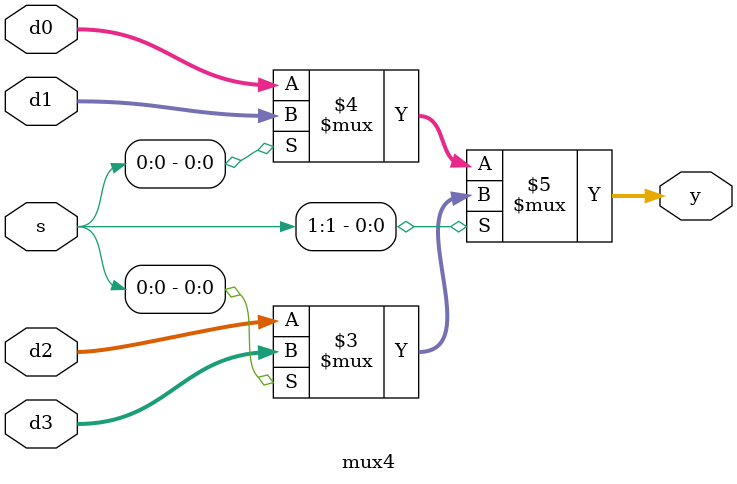
<source format=sv>
`default_nettype none // Ensures during compilation undefined variables aren't used

`timescale 1ns / 1ps


// Define pipes that exist in the PipelinedDatapath. 
// The pipes between Writeback (W) and Fetch (F), as well as Decode (D) and Execute (E) are given to you.
// Create the rest of the pipes where inputs follow the naming conventions in the book.

// The pipe between Writeback (W) and Fetch (F) is given as follows.

module PipeWtoF(input wire[31:0] PC,
                input wire EN, clk, reset,		// ~StallF will be connected as this EN
                output logic[31:0] PCF);

                always_ff @(posedge clk, posedge reset)
                    if(reset)
                        PCF <= 0;
                    else if(EN)
                        PCF <= PC;
endmodule
`default_nettype wire

module PipeFtoD(input logic[31:0] instrF, PcPlus4F,
                input logic EN, clear, clk, reset,
                output logic[31:0] instrD, PcPlus4D);

                /* to be filled */
                always_ff @(posedge clk, posedge reset) begin
                    if (clear || reset) begin
                        instrD <= 0;
                        PcPlus4D <= 0;
                        end
                    else if(EN) begin
                        instrD <= instrF;
                        PcPlus4D <= PcPlus4F;
                        end
			    end
                
endmodule

module PipeDtoE(input logic[31:0] RD1, RD2, SignImmD, RotatedD, instrD,
                input logic[4:0] RsD, RtD, RdD,
                input logic RegWriteD, MemToRegD, RolD, MemWriteD, ALUSrcD, RegDstD,
                input logic[2:0] ALUControlD,
                input logic clear, clk, reset,
                output logic[31:0] RsData, RtData, SignImmE, RotatedE, instrE,
                output logic[4:0] RsE, RtE, RdE, 
                output logic RegWriteE, MemtoRegE, RolE, MemWriteE, ALUSrcE, RegDstE,
                output logic[2:0] ALUControlE);

        always_ff @(posedge clk, posedge reset)
          if(reset || clear)
                begin
                // Control signals
                RegWriteE <= 0;
                MemtoRegE <= 0;
                RolE <= 0;
                MemWriteE <= 0;
                ALUControlE <= 0;
                ALUSrcE <= 0;
                RegDstE <= 0;
                
                // Data
                RsData <= 0;
                RtData <= 0;
                RsE <= 0;
                RtE <= 0;
                RdE <= 0;
                SignImmE <= 0;
                RotatedE <= 0;
                
                instrE <= 0;
                end
            else
                begin
                // Control signals
                RegWriteE <= RegWriteD;
                MemtoRegE <= MemToRegD;
                RolE <= RolD;
                MemWriteE <= MemWriteD;
                ALUControlE <= ALUControlD;
                ALUSrcE <= ALUSrcD;
                RegDstE <= RegDstD;
                
                // Data
                RsData <= RD1;
                RtData <= RD2;
                RsE <= RsD;
                RtE <= RtD;
                RdE <= RdD;
                SignImmE <= SignImmD;
                RotatedE <= RotatedD;
                
                instrE <= instrD;
                end

endmodule

module PipeEtoM(input logic clk, reset,
                input logic[31:0] ALUOutE, WriteDataE, RotatedE,
                input logic[4:0] WriteRegE,
                input logic RegWriteE, MemtoRegE, MemWriteE, RolE,
                input logic[31:0] instrE,
                output logic[31:0] ALUOutM, WriteDataM, RotatedM,
                output logic[4:0] WriteRegM,
                output logic RegWriteM, MemtoRegM, MemWriteM, RolM,
                output logic[31:0] instrM);
                
        always_ff @(posedge clk, posedge reset) begin
            if (reset) begin
                RegWriteM <= 0;
                MemtoRegM <= 0;
                MemWriteM <= 0;
                RolM <= 0;
                
                ALUOutM <= 0;
                WriteDataM <= 0;
                RotatedM <= 0;
                WriteRegM <= 0;
                end
             else begin
                RegWriteM <= RegWriteE;
                MemtoRegM <= MemtoRegE;
                MemWriteM <= MemWriteE;
                RolM <= RolE;
                
                ALUOutM <= ALUOutE;
                WriteDataM <= WriteDataE;
                RotatedM <= RotatedE;
                WriteRegM <= WriteRegE;
                
                instrM <= instrE;
                end
        end   
endmodule

module PipeMtoW(input logic clk, reset,
                input logic[31:0] ALUOutM, ReadDataM, RotatedM,
                input logic[4:0] WriteRegM,
                input logic RegWriteM, MemtoRegM, RolM,
                input logic[31:0] instrM,
                output logic[31:0] ALUOutW, ReadDataW, RotatedW,
                output logic[4:0] WriteRegW,
                output logic RegWriteW, MemtoRegW, RolW,
                output logic[31:0] instrW);
                
        always_ff @(posedge clk, posedge reset) begin
            if (reset) begin
                RegWriteW <= 0;
                MemtoRegW <= 0;
                RolW <= 0;
                
                ALUOutW <= 0;
                RotatedW <= 0;
                WriteRegW <= 0;
                end
             else begin
                RegWriteW <= RegWriteM;
                MemtoRegW <= MemtoRegM;
                RolW <= RolM;
                
                ALUOutW <= ALUOutM;
                RotatedW <= RotatedM;
                WriteRegW <= WriteRegM;
                
                instrW <= instrM;
                end
        end   
endmodule



// *******************************************************************************
// End of the individual pipe definitions.
// ******************************************************************************

// *******************************************************************************
// Below is the definition of the datapath.
// The signature of the module is given. The datapath will include (not limited to) the following items:
//  (1) Adder that adds 4 to PC
//  (2) Shifter that shifts SignImmD to left by 2
//  (3) Sign extender and Register file
//  (4) PipeFtoD
//  (5) PipeDtoE and ALU
//  (5) Adder for PcBranchD
//  (6) PipeEtoM and Data Memory
//  (7) PipeMtoW
//  (8) Many muxes
//  (9) Hazard unit
//  ...?
// *******************************************************************************

module datapath (input  logic clk, reset,
                input  logic[2:0]  ALUControlD,
                input logic RegWriteD, MemToRegD, MemWriteD, RolD, ALUSrcD, RegDstD, BranchD,
                output logic [31:0] instrF,		
                output logic [31:0] instrD, instrE, instrM, instrW, PC, PCF,
                output logic PcSrcD,                 
                output logic [1:0] ForwardAE, ForwardBE,
                output logic ForwardAD, ForwardBD,
                output logic [31:0] ALUOutE, RotatedW, ResultW,
                output logic [4:0] WriteRegW,
                output logic RegWriteW, MemtoRegW, RolW);
                

	// ********************************************************************
	// Here, define the wires that are needed inside this pipelined datapath module
	// ********************************************************************
  
  	//* We have defined a few wires for you
    logic [31:0] PcSrcA, PcSrcB, PcBranchD, PcPlus4F;	
  	logic [31:0] SignImmD, ShiftedImmD, SignImmE;
  	logic [31:0] RD1, RD2;
  	logic [31:0] ReadDataM, ReadDataW, ALUOutM, ALUOutW;
  	logic [2:0] ALUControlE;
  	
  	logic FlushE, StallD, StallF;
  	logic RolE, RolM;
  	logic [31:0] PcPlus4D;
  	logic [31:0] BRD1, BRD2;
  	logic [31:0] WriteDataE, WriteDataM;
  	logic ALUSrcE, RegDstE;
  	logic RegWriteE, RegWriteM;
  	logic MemtoRegE, MemtoRegM;
    logic MemWriteE, MemWriteM;
  	logic [31:0] RotatedD, RotatedE, RotatedM;
  	logic [4:0] RsD, RtD, RdD, RdE, RsE, RtE;
  	logic [4:0] WriteRegE, WriteRegM;
    logic[31:0] RD1E, RD2E;
    

  	
  
	//* You should define others down below (you might want to rename some of the wires above while implementing the pipeline)
  
  	//* We have provided you with a single-cycle datapath
  	//* You should convert it to a pipelined datapath, changing the connections between modules as necessary
  	  	  
    // Replace with PipeWtoF      
    PipeWtoF wf(.PC(PC), .EN(~StallF), .clk(clk), .PCF(PCF));
    
    
    // ~Fetch stage~
             
  	// Do some operations
    assign PcPlus4F = PCF + 4;
    assign PcSrcB = PcBranchD;
	assign PcSrcA = PcPlus4F;
  	mux2 #(32) pc_mux(PcSrcA, PcSrcB, PcSrcD, PC);

    imem im1(PCF[7:2], instrF);
    
  	// Replace the code below with PipeFtoD
//  	assign instrD = instrF;
    PipeFtoD fd(.instrF(instrF), .PcPlus4F(PcPlus4F),
                .EN(~StallD), .clear(FlushE), .clk(clk), .reset(reset),
                .instrD(instrD), .PcPlus4D(PcPlus4D));
  
  	// ~Decode stage~
//  	regfile rf(clk, reset, RegWriteD, instrD[25:21], instrD[20:16], WriteRegW, ResultW, RD1, RD2);
  	regfile rf(~clk, reset, RegWriteD, instrD[25:21], instrD[20:16], WriteRegW, ResultW, RD1, RD2);
  	signext se(instrD[15:0], SignImmD);
  	
  	logic[31:0] RsData, RtData;
  	mux2 #(32) rd1mux(RD1, ALUOutM, ForwardAD, RsData);
  	mux2 #(32) rd2mux(RD2, ALUOutM, ForwardBD, RtData);
  	
  	// Rol
  	leftrotate lr(RsData, instrD[10:6], RotatedD);
  	
  	// Hazard 
  	mux2 #(32) brd1mux(RD1, ALUOutM, ForwardAD, BRD1);
    mux2 #(32) brd2mux(RD2, ALUOutM, ForwardBD, BRD2);

  	
  	
  	
  	sl2 shiftimm(SignImmD, ShiftedImmD);
  	adder branchadd(PcPlus4D, ShiftedImmD, PcBranchD);
  	assign PcSrcD = BranchD & (BRD1 == BRD2); 
  	
  	
  
  	// Instantiate PipeDtoE here
  	PipeDtoE de(.RD1(RD1), .RD2(RD2), .SignImmD(SignImmD), .RotatedD(RotatedD), .instrD(instrD),
              .RsD(RsD), .RtD(RtD), .RdD(RdD),
              .RegWriteD(RegWriteD), .MemToRegD(MemToRegD), .RolD(RolD), .MemWriteD(MemWriteD), .ALUSrcD(ALUSrcD), .RegDstD(RegDstD),
              .ALUControlD(ALUControlD),
              .clear(FlushE), .clk(clk), .reset(reset),
              .RsData(RD1E), .RtData(RD2E), .SignImmE(SignImmE), .RotatedE(RotatedE), .instrE(instrE),
              .RsE(RsE), .RtE(RtE), .RdE(RdE),
              .RegWriteE(RegWriteE), .MemtoRegE(MemtoRegE), .RolE(RolE), .MemWriteE(MemWriteE), .ALUSrcE(ALUSrcE), .RegDstE(RegDstE),
              .ALUControlE(ALUControlE));
  
  	// ~Execute stage~
  	logic [31:0] SrcBE, SrcAE, tempBE;
//  	mux2 #(32) srcBMux(RD2, SignImmE, ALUSrcE, SrcBE);
//  	alu a(RD1, SrcBE, ALUControlE, ALUOutE);
//  	mux2 #(5) wrMux(RtE, RdE, RegDstE, WriteRegE);

    mux4 #(32) srcaemux(RD1E, ResultW, ALUOutM, {32{1'b0}}, ForwardAE, SrcAE);
    mux4 #(32) srcbemux(RD2E, ResultW, ALUOutM, {32{1'b0}}, ForwardBE, tempBE);
    mux2 #(32) srcBMux(tempBE, SignImmE, ALUSrcE, SrcBE);
    alu a(SrcAE, SrcBE, ALUControlE, ALUOutE);
    mux2 #(5) wrMux(RtE, RdE, RegDstE, WriteRegE);

    

  	// Replace the code below with PipeEtoM
//  	assign WriteDataE = RD2;
    PipeEtoM em(.clk(clk), .reset(reset),
                .ALUOutE(ALUOutE), .WriteDataE(WriteDataE), .RotatedE(RotatedE),
                .WriteRegE(WriteRegE),
                .RegWriteE(RegWriteE), .MemtoRegE(MemtoRegE), .MemWriteE(MemWriteE), .RolE(RolE),
                .instrE(instrE),
                .ALUOutM(ALUOutM), .WriteDataM(), .RotatedM(RotatedM),
                .WriteRegM(WriteRegM),
                .RegWriteM(RegWriteM), .MemtoRegM(MemtoRegM), .MemWriteM(MemWriteM), .RolM(RolM),
                .instrM(instrM));
  
  	// ~Memory stage~
  	dmem DM(clk, MemWriteM, ALUOutM, WriteDataM, ReadDataM);

  	// Instantiate PipeMtoW
  	PipeMtoW mw(.clk(clk), .reset(reset),
                      .ALUOutM(ALUOutM), .ReadDataM(ReadDataM), .RotatedM(RotatedM),
                      .WriteRegM(WriteRegM),
                      .RegWriteM(RegWriteM), .MemtoRegM(MemtoRegM), .RolM(RolM),
                      .instrM(instrM),
                      .ALUOutW(ALUOutW), .ReadDataW(ReadDataW), .RotatedW(RotatedW),
                      .WriteRegW(WriteRegW),
                      .RegWriteW(RegWriteW), .MemtoRegW(MemtoRegW), .RolW(RolW),
                      .instrW(instrW));
    
  	// ~Writeback stage~
  	logic [31:0] tempResult;
  	mux2 #(32) wbmux(ALUOutW, ReadDataW, MemtoRegW, tempResult);
  	mux2 #(32) rmux(RotatedW, tempResult, RolW, ResultW);
  	
  	// Replace the code below with HazardUnit
//  	assign ForwardAE = 2'b0;
//  	assign ForwardBE = 2'b0;
//  	assign ForwardAD = 0;
//  	assign ForwardBD = 0;
  	
    // Hazard Unit
    HazardUnit hu(.RegWriteW(RegWriteW), .BranchD(BranchD),
                  .WriteRegW(WriteRegW), .WriteRegE(WriteRegE),
                  .RegWriteM(RegWriteM), .MemtoRegM(MemtoRegM),
                  .WriteRegM(WriteRegM),
                  .RegWriteE(RegWriteE), .MemtoRegE(MemtoRegE),
                  .rsE(RsE), .rtE(RtE),
                  .rsD(RsD), .rtD(RtD),
                  .ForwardAE(ForwardAE), .ForwardBE(ForwardBE),
                  .FlushE(FlushE), .StallD(StallD), .StallF(StallF), .ForwardAD(ForwardAD), .ForwardBD(ForwardBD)
                   );

endmodule

module HazardUnit(input logic reset, 
                input logic RegWriteW, BranchD,
                input logic [4:0] WriteRegW, WriteRegE,
                input logic RegWriteM,MemtoRegM,
                input logic [4:0] WriteRegM,
                input logic RegWriteE,MemtoRegE,
                input logic [4:0] rsE,rtE,
                input logic [4:0] rsD,rtD,
                output logic [1:0] ForwardAE,ForwardBE,
                output logic FlushE,StallD,StallF,ForwardAD, ForwardBD
                 ); // Add or remove input-outputs if necessary
       
	// ********************************************************************
	// Here, write equations for the Hazard Logic.
	// If you have troubles, please study pages ~420-430 in your book.
	// ********************************************************************
	logic lwstall, bstall;
	
	always_comb begin
	   if (reset) begin
	       StallF = 1'b0;
           StallD = 1'b0;
           FlushE = 1'b0;
           ForwardAD  = 1'b0;
           ForwardBD  = 1'b0;
           ForwardAE  = 2'b00;
           ForwardBE  = 2'b00; 
           end 
       else begin
        if ((rsE != 0) && (rsE == WriteRegM) && RegWriteM) 
           ForwardAE = 2'b10;
        else if ((rsE != 0) && (rsE == WriteRegW) && RegWriteW)
           ForwardAE = 2'b01;
        else 
           ForwardAE = 2'b00;
           
        if ((rtE != 0) && (rtE == WriteRegM) && RegWriteM) 
           ForwardBE = 2'b10;
        else if ((rtE != 0) && (rtE == WriteRegW) && RegWriteW)
           ForwardBE = 2'b01;
        else 
           ForwardBE = 2'b00;
    
    
        // load-use hazard
        lwstall = ((rsD == rtE) || (rsD == rsE)) && MemtoRegE;
        
        // branch hazard
        ForwardAD = (rsD != 0) && (rsD == WriteRegM) && RegWriteM;
        ForwardBD = (rtD != 0) && (rtD == WriteRegM) && RegWriteM;
        
        // branch hazard
        
        bstall = (BranchD && RegWriteE && (WriteRegE == rsD || WriteRegE == rtD))
        || (BranchD && MemtoRegM && (WriteRegM == rsD || WriteRegM == rtD));
        
        StallF = lwstall || bstall;
        StallD = lwstall || bstall;
        FlushE = lwstall || bstall;
        end
    end
    
endmodule


// You can add some more logic variables for testing purposes
// but you cannot remove existing variables as we need you to output 
// these values on the waveform for grading
module top_mips (input  logic        clk, reset,
             output  logic[31:0]  instrF,
             output logic[31:0] PC, PCF,
             output logic PcSrcD,
             output logic MemWriteD, MemToRegD, ALUSrcD, BranchD, RegDstD, RegWriteD,
             output logic [2:0]  ALUControlD,
             output logic [31:0] instrD,
             output logic [31:0] ALUOutE, WriteDataE,
             output logic [1:0] ForwardAE, ForwardBE,
             output logic ForwardAD, ForwardBD,
             // My outputs
             output logic [4:0] WriteRegW, 
             output logic RegWriteW, MemtoRegW, RolD,
             output logic [31:0] RotatedW, ResultW);


    controller CU(instrD[31:26], instrD[5:0], MemToRegD, MemWriteD, ALUSrcD, RegDstD, RegWriteD, ALUControlD, BranchD, RolD);
    
    datapath DP(.clk(clk), .reset(reset), 
        .ALUControlD(ALUControlD), 
        .RegWriteD(RegWriteD), .MemToRegD(MemToRegD), .MemWriteD(MemWriteD), .RolD(RolD), .ALUSrcD(ALUSrcD), .RegDstD(RegDstD), .BranchD(BranchD), 
        .instrD(instrD),
        .PC(PC), .PCF(PCF), .PcSrcD(PcSrcD),
        .ForwardAE(ForwardAE), .ForwardBE(ForwardBE), 
        .ForwardAD(ForwardAD), .ForwardBD(ForwardBD), 
        .ALUOutE(ALUOutE), .RotatedW(RotatedW), .ResultW(ResultW),
        .WriteRegW(WriteRegW), .RegWriteW(RegWriteW), .MemtoRegW(MemtoRegW)
        ); // Add or remove input-outputs as necessary
  
//        input  logic clk, reset,
//        input  logic[2:0]  ALUControlD,
//        input logic RegWriteD, MemtoRegD, MemWriteD, RolD, ALUSrcD, RegDstD, BranchD,
//        output logic [31:0] instrF,        
//        output logic [31:0] instrD, instrE, instrM, instrW, PC, PCF,
//        output logic PcSrcD,                 
//        output logic [1:0] ForwardAE, ForwardBE,
//        output logic ForwardAD, ForwardBD,
//        output logic [31:0] ALUControlE, RotatedW, ResultW,
//        output logic [4:0] WriteRegW,
//        output logic RegWriteW, MemtoRegW, RolW);
  
  
endmodule


// External instruction memory used by MIPS
// processor. It models instruction memory as a stored-program 
// ROM, with address as input, and instruction as output
// Modify it to test your own programs.

module imem ( input logic [5:0] addr, output logic [31:0] instr);

// imem is modeled as a lookup table, a stored-program byte-addressable ROM
	always_comb
	   case ({addr,2'b00})		   	// word-aligned fetch
//
// 	***************************************************************************
//	Here, you can paste your own test cases that you prepared for the part 1-e.
//  An example test program is given below.        
//	***************************************************************************
//
//		address		instruction
//		-------		-----------
    // Test rol
    8'h00: instr = 32'h2008a0a0;  	
    8'h04: instr = 32'h010048ab;  
    8'h08: instr = 32'h21210002;  

//    8'h00: instr = 32'h20080005;
//    8'h04: instr = 32'hac080060;
//    8'h08: instr = 32'h8c090060;
//    8'h0c: instr = 32'h212a0004;
//    8'h10: instr = 32'h212b0003;
//    8'h14: instr = 32'h8d6b0058;
//    8'h18: instr = 32'h014b5022;
//    8'h1c: instr = 32'hac0a0070;
//    8'h20: instr = 32'h8c080070;
//    8'h24: instr = 32'h8d09006c;
//    8'h28: instr = 32'h01094820;

       default:  instr = {32{1'bx}};	// unknown address
	   endcase
endmodule


// 	***************************************************************************
//	Below are the modules that you should modify to add more instructions to the CPU
//	***************************************************************************

module controller(input  logic[5:0] op, funct,
                  output logic     memtoreg, memwrite,
                  output logic     alusrc,
                  output logic     regdst, regwrite,
                  output logic[2:0] alucontrol,
                  output logic branch, rol);

   logic [1:0] aluop;

  maindec md (op, memtoreg, memwrite, branch, alusrc, regdst, regwrite, aluop);

   aludec ad (funct, aluop, alucontrol, rol);

endmodule

// External data memory used by MIPS single-cycle processor

module dmem (input  logic        clk, we,
             input  logic[31:0]  a, wd,
             output logic[31:0]  rd);

   logic  [31:0] RAM[63:0];
  
   assign rd = RAM[a[31:2]];    // word-aligned  read (for lw)

   always_ff @(posedge clk)
     if (we)
       RAM[a[31:2]] <= wd;      // word-aligned write (for sw)

endmodule

module maindec (input logic[5:0] op, 
	              output logic memtoreg, memwrite, branch,
	              output logic alusrc, regdst, regwrite,
	              output logic[1:0] aluop );
  logic [7:0] controls;

   assign {regwrite, regdst, alusrc, branch, memwrite,
                memtoreg,  aluop} = controls;

  always_comb
    case(op)
      6'b000000: controls <= 8'b11000010; // R-type
      6'b100011: controls <= 8'b10100100; // LW
      6'b101011: controls <= 8'b00101000; // SW
      6'b000100: controls <= 8'b00010001; // BEQ
      6'b001000: controls <= 8'b10100000; // ADDI
      default:   controls <= 8'bxxxxxxxx; // illegal op
    endcase
endmodule

//module aludec (input    logic[5:0] funct,
//               input    logic[1:0] aluop,
//               output   logic[2:0] alucontrol);
//  always_comb
//    case(aluop)
//      2'b00: alucontrol  = 3'b010;  // add  (for lw/sw/addi)
//      2'b01: alucontrol  = 3'b110;  // sub   (for beq)
//      default: case(funct)          // R-TYPE instructions
//          6'b100000: alucontrol  = 3'b010; // ADD
//          6'b100010: alucontrol  = 3'b110; // SUB
//          6'b100100: alucontrol  = 3'b000; // AND
//          6'b100101: alucontrol  = 3'b001; // OR
//          6'b101010: alucontrol  = 3'b111; // SLT
//          default:   alucontrol  = 3'bxxx; // ???
//        endcase
//    endcase
//endmodule

module aludec (input    logic[5:0] funct,
               input    logic[1:0] aluop,
               output   logic[2:0] alucontrol,
               output   logic      rol);
  always_comb
    case(aluop)
      2'b00: begin
        alucontrol  = 3'b010;  // add  (for lw/sw/addi)
        rol = 1'b0;
      end
      2'b01: begin
        alucontrol  = 3'b110;  // sub   (for beq)
        rol = 1'b0;
      end
      default: case(funct)          // R-TYPE instructions
          6'b100000: begin
            alucontrol  = 3'b010; // ADD
            rol = 1'b0;
          end
          6'b100010: begin
            alucontrol  = 3'b110; // SUB
            rol = 1'b0;
          end
          6'b100100: begin
            alucontrol  = 3'b000; // AND
            rol = 1'b0;
          end
          6'b100101: begin 
            alucontrol  = 3'b001; // OR
            rol = 1'b0;
          end
          6'b101010: begin 
            alucontrol  = 3'b111; // SLT
            rol = 1'b0;
          end
          6'b101011: begin
            alucontrol = 3'bxxx; // rol
            rol = 1'b1;
          end
          default: begin
            alucontrol  = 3'bxxx; // ???
            rol = 1'b0;
          end
        endcase
    endcase
endmodule

module regfile (input    logic clk, reset, we3, 
                input    logic[4:0]  ra1, ra2, wa3, 
                input    logic[31:0] wd3, 
                output   logic[31:0] rd1, rd2);

  logic [31:0] rf [31:0];

  // three ported register file: read two ports combinationally
  // write third port on falling edge of clock. Register0 hardwired to 0.

  always_ff @(negedge clk)
     if (reset)
        for (int i=0; i<32; i++) rf[i] = 32'b0;
     else if (we3)
        rf[wa3] <= wd3;

  assign rd1 = (ra1 != 0) ? rf[ra1] : 0;
  assign rd2 = (ra2 != 0) ? rf[ra2] : 0;

endmodule

module alu(input  logic [31:0] a, b, 
           input  logic [2:0]  alucont, 
           output logic [31:0] result,
           output logic zero);
    
    always_comb
        case(alucont)
            3'b010: result = a + b;
            3'b110: result = a - b;
            3'b000: result = a & b;
            3'b001: result = a | b;
            3'b111: result = (a < b) ? 1 : 0;
            default: result = {32{1'bx}};
        endcase
    
    assign zero = (result == 0) ? 1'b1 : 1'b0;
    
endmodule

module adder (input  logic[31:0] a, b,
              output logic[31:0] y);
     
     assign y = a + b;
endmodule

module sl2 (input  logic[31:0] a,
            output logic[31:0] y);
     
     assign y = {a[29:0], 2'b00}; // shifts left by 2
endmodule

module signext (input  logic[15:0] a,
                output logic[31:0] y);
              
  assign y = {{16{a[15]}}, a};    // sign-extends 16-bit a
endmodule

module leftrotate (input logic[31:0] a,
                   input logic[4:0] shamt,
                   output logic[31:0] b);
  assign b = (a << shamt) | (a >> (32 - shamt)); // left rotates by shamt
endmodule  

// parameterized register
module flopr #(parameter WIDTH = 8)
              (input logic clk, reset, 
	       input logic[WIDTH-1:0] d, 
               output logic[WIDTH-1:0] q);

  always_ff@(posedge clk, posedge reset)
    if (reset) q <= 0; 
    else       q <= d;
endmodule


// paramaterized 2-to-1 MUX
module mux2 #(parameter WIDTH = 8)
             (input  logic[WIDTH-1:0] d0, d1,  
              input  logic s, 
              output logic[WIDTH-1:0] y);
  
   assign y = s ? d1 : d0; 
endmodule

// paramaterized 4-to-1 MUX
module mux4 #(parameter WIDTH = 8)
             (input  logic[WIDTH-1:0] d0, d1, d2, d3,
              input  logic[1:0] s, 
              output logic[WIDTH-1:0] y);
  
   assign y = s[1] ? ( s[0] ? d3 : d2 ) : (s[0] ? d1 : d0); 
endmodule

`default_nettype wire
</source>
